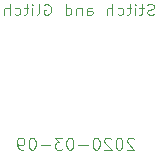
<source format=gbr>
G04 #@! TF.GenerationSoftware,KiCad,Pcbnew,(5.99.0-1221-g4a6c03e7f)*
G04 #@! TF.CreationDate,2020-04-06T23:42:19+02:00*
G04 #@! TF.ProjectId,flex-dip-v2,666c6578-2d64-4697-902d-76322e6b6963,rev?*
G04 #@! TF.SameCoordinates,Original*
G04 #@! TF.FileFunction,Legend,Bot*
G04 #@! TF.FilePolarity,Positive*
%FSLAX46Y46*%
G04 Gerber Fmt 4.6, Leading zero omitted, Abs format (unit mm)*
G04 Created by KiCad (PCBNEW (5.99.0-1221-g4a6c03e7f)) date 2020-04-06 23:42:19*
%MOMM*%
%LPD*%
G01*
G04 APERTURE LIST*
%ADD10C,0.101600*%
G04 APERTURE END LIST*
D10*
X125630335Y-61979605D02*
X125485192Y-62022462D01*
X125243287Y-62022462D01*
X125146525Y-61979605D01*
X125098144Y-61936748D01*
X125049763Y-61851034D01*
X125049763Y-61765320D01*
X125098144Y-61679605D01*
X125146525Y-61636748D01*
X125243287Y-61593891D01*
X125436811Y-61551034D01*
X125533573Y-61508177D01*
X125581954Y-61465320D01*
X125630335Y-61379605D01*
X125630335Y-61293891D01*
X125581954Y-61208177D01*
X125533573Y-61165320D01*
X125436811Y-61122462D01*
X125194906Y-61122462D01*
X125049763Y-61165320D01*
X124759478Y-61422462D02*
X124372430Y-61422462D01*
X124614335Y-61122462D02*
X124614335Y-61893891D01*
X124565954Y-61979605D01*
X124469192Y-62022462D01*
X124372430Y-62022462D01*
X124033763Y-62022462D02*
X124033763Y-61422462D01*
X124033763Y-61122462D02*
X124082144Y-61165320D01*
X124033763Y-61208177D01*
X123985382Y-61165320D01*
X124033763Y-61122462D01*
X124033763Y-61208177D01*
X123695097Y-61422462D02*
X123308049Y-61422462D01*
X123549954Y-61122462D02*
X123549954Y-61893891D01*
X123501573Y-61979605D01*
X123404811Y-62022462D01*
X123308049Y-62022462D01*
X122533954Y-61979605D02*
X122630716Y-62022462D01*
X122824240Y-62022462D01*
X122921001Y-61979605D01*
X122969382Y-61936748D01*
X123017763Y-61851034D01*
X123017763Y-61593891D01*
X122969382Y-61508177D01*
X122921001Y-61465320D01*
X122824240Y-61422462D01*
X122630716Y-61422462D01*
X122533954Y-61465320D01*
X122098525Y-62022462D02*
X122098525Y-61122462D01*
X121663097Y-62022462D02*
X121663097Y-61551034D01*
X121711478Y-61465320D01*
X121808240Y-61422462D01*
X121953382Y-61422462D01*
X122050144Y-61465320D01*
X122098525Y-61508177D01*
X119969763Y-62022462D02*
X119969763Y-61551034D01*
X120018144Y-61465320D01*
X120114906Y-61422462D01*
X120308430Y-61422462D01*
X120405192Y-61465320D01*
X119969763Y-61979605D02*
X120066525Y-62022462D01*
X120308430Y-62022462D01*
X120405192Y-61979605D01*
X120453573Y-61893891D01*
X120453573Y-61808177D01*
X120405192Y-61722462D01*
X120308430Y-61679605D01*
X120066525Y-61679605D01*
X119969763Y-61636748D01*
X119485954Y-61422462D02*
X119485954Y-62022462D01*
X119485954Y-61508177D02*
X119437573Y-61465320D01*
X119340811Y-61422462D01*
X119195668Y-61422462D01*
X119098906Y-61465320D01*
X119050525Y-61551034D01*
X119050525Y-62022462D01*
X118131287Y-62022462D02*
X118131287Y-61122462D01*
X118131287Y-61979605D02*
X118228049Y-62022462D01*
X118421573Y-62022462D01*
X118518335Y-61979605D01*
X118566716Y-61936748D01*
X118615097Y-61851034D01*
X118615097Y-61593891D01*
X118566716Y-61508177D01*
X118518335Y-61465320D01*
X118421573Y-61422462D01*
X118228049Y-61422462D01*
X118131287Y-61465320D01*
X116341192Y-61165320D02*
X116437954Y-61122462D01*
X116583097Y-61122462D01*
X116728240Y-61165320D01*
X116825001Y-61251034D01*
X116873382Y-61336748D01*
X116921763Y-61508177D01*
X116921763Y-61636748D01*
X116873382Y-61808177D01*
X116825001Y-61893891D01*
X116728240Y-61979605D01*
X116583097Y-62022462D01*
X116486335Y-62022462D01*
X116341192Y-61979605D01*
X116292811Y-61936748D01*
X116292811Y-61636748D01*
X116486335Y-61636748D01*
X115712240Y-62022462D02*
X115809001Y-61979605D01*
X115857382Y-61893891D01*
X115857382Y-61122462D01*
X115325192Y-62022462D02*
X115325192Y-61422462D01*
X115325192Y-61122462D02*
X115373573Y-61165320D01*
X115325192Y-61208177D01*
X115276811Y-61165320D01*
X115325192Y-61122462D01*
X115325192Y-61208177D01*
X114986525Y-61422462D02*
X114599478Y-61422462D01*
X114841382Y-61122462D02*
X114841382Y-61893891D01*
X114793001Y-61979605D01*
X114696240Y-62022462D01*
X114599478Y-62022462D01*
X113825382Y-61979605D02*
X113922144Y-62022462D01*
X114115668Y-62022462D01*
X114212430Y-61979605D01*
X114260811Y-61936748D01*
X114309192Y-61851034D01*
X114309192Y-61593891D01*
X114260811Y-61508177D01*
X114212430Y-61465320D01*
X114115668Y-61422462D01*
X113922144Y-61422462D01*
X113825382Y-61465320D01*
X113389954Y-62022462D02*
X113389954Y-61122462D01*
X112954525Y-62022462D02*
X112954525Y-61551034D01*
X113002906Y-61465320D01*
X113099668Y-61422462D01*
X113244811Y-61422462D01*
X113341573Y-61465320D01*
X113389954Y-61508177D01*
X123916077Y-72532360D02*
X123867696Y-72483980D01*
X123770934Y-72435599D01*
X123529029Y-72435599D01*
X123432267Y-72483980D01*
X123383886Y-72532360D01*
X123335505Y-72629122D01*
X123335505Y-72725884D01*
X123383886Y-72871027D01*
X123964458Y-73451599D01*
X123335505Y-73451599D01*
X122706553Y-72435599D02*
X122609791Y-72435599D01*
X122513029Y-72483980D01*
X122464648Y-72532360D01*
X122416267Y-72629122D01*
X122367886Y-72822646D01*
X122367886Y-73064551D01*
X122416267Y-73258075D01*
X122464648Y-73354837D01*
X122513029Y-73403218D01*
X122609791Y-73451599D01*
X122706553Y-73451599D01*
X122803315Y-73403218D01*
X122851696Y-73354837D01*
X122900077Y-73258075D01*
X122948458Y-73064551D01*
X122948458Y-72822646D01*
X122900077Y-72629122D01*
X122851696Y-72532360D01*
X122803315Y-72483980D01*
X122706553Y-72435599D01*
X121980839Y-72532360D02*
X121932458Y-72483980D01*
X121835696Y-72435599D01*
X121593791Y-72435599D01*
X121497029Y-72483980D01*
X121448648Y-72532360D01*
X121400267Y-72629122D01*
X121400267Y-72725884D01*
X121448648Y-72871027D01*
X122029220Y-73451599D01*
X121400267Y-73451599D01*
X120771315Y-72435599D02*
X120674553Y-72435599D01*
X120577791Y-72483980D01*
X120529410Y-72532360D01*
X120481029Y-72629122D01*
X120432648Y-72822646D01*
X120432648Y-73064551D01*
X120481029Y-73258075D01*
X120529410Y-73354837D01*
X120577791Y-73403218D01*
X120674553Y-73451599D01*
X120771315Y-73451599D01*
X120868077Y-73403218D01*
X120916458Y-73354837D01*
X120964839Y-73258075D01*
X121013220Y-73064551D01*
X121013220Y-72822646D01*
X120964839Y-72629122D01*
X120916458Y-72532360D01*
X120868077Y-72483980D01*
X120771315Y-72435599D01*
X119997220Y-73064551D02*
X119223124Y-73064551D01*
X118545791Y-72435599D02*
X118449029Y-72435599D01*
X118352267Y-72483980D01*
X118303886Y-72532360D01*
X118255505Y-72629122D01*
X118207124Y-72822646D01*
X118207124Y-73064551D01*
X118255505Y-73258075D01*
X118303886Y-73354837D01*
X118352267Y-73403218D01*
X118449029Y-73451599D01*
X118545791Y-73451599D01*
X118642553Y-73403218D01*
X118690934Y-73354837D01*
X118739315Y-73258075D01*
X118787696Y-73064551D01*
X118787696Y-72822646D01*
X118739315Y-72629122D01*
X118690934Y-72532360D01*
X118642553Y-72483980D01*
X118545791Y-72435599D01*
X117868458Y-72435599D02*
X117239505Y-72435599D01*
X117578172Y-72822646D01*
X117433029Y-72822646D01*
X117336267Y-72871027D01*
X117287886Y-72919408D01*
X117239505Y-73016170D01*
X117239505Y-73258075D01*
X117287886Y-73354837D01*
X117336267Y-73403218D01*
X117433029Y-73451599D01*
X117723315Y-73451599D01*
X117820077Y-73403218D01*
X117868458Y-73354837D01*
X116804077Y-73064551D02*
X116029981Y-73064551D01*
X115352648Y-72435599D02*
X115255886Y-72435599D01*
X115159124Y-72483980D01*
X115110743Y-72532360D01*
X115062362Y-72629122D01*
X115013981Y-72822646D01*
X115013981Y-73064551D01*
X115062362Y-73258075D01*
X115110743Y-73354837D01*
X115159124Y-73403218D01*
X115255886Y-73451599D01*
X115352648Y-73451599D01*
X115449410Y-73403218D01*
X115497791Y-73354837D01*
X115546172Y-73258075D01*
X115594553Y-73064551D01*
X115594553Y-72822646D01*
X115546172Y-72629122D01*
X115497791Y-72532360D01*
X115449410Y-72483980D01*
X115352648Y-72435599D01*
X114530172Y-73451599D02*
X114336648Y-73451599D01*
X114239886Y-73403218D01*
X114191505Y-73354837D01*
X114094743Y-73209694D01*
X114046362Y-73016170D01*
X114046362Y-72629122D01*
X114094743Y-72532360D01*
X114143124Y-72483980D01*
X114239886Y-72435599D01*
X114433410Y-72435599D01*
X114530172Y-72483980D01*
X114578553Y-72532360D01*
X114626934Y-72629122D01*
X114626934Y-72871027D01*
X114578553Y-72967789D01*
X114530172Y-73016170D01*
X114433410Y-73064551D01*
X114239886Y-73064551D01*
X114143124Y-73016170D01*
X114094743Y-72967789D01*
X114046362Y-72871027D01*
M02*

</source>
